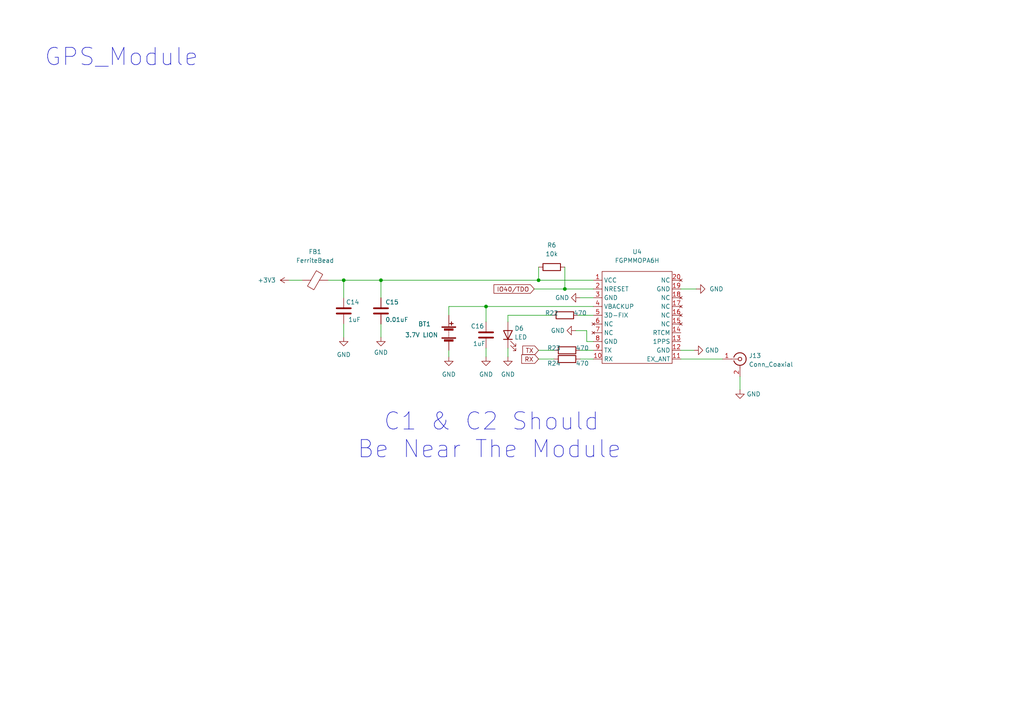
<source format=kicad_sch>
(kicad_sch (version 20211123) (generator eeschema)
  (paper "A4")
  (lib_symbols
    (symbol "Connector:Conn_Coaxial" (pin_names (offset 1.016) hide)
      (property "Reference" "J" (at 0.254 3.048 0))
      (property "Value" "Conn_Coaxial" (at 2.921 0 90))
      (symbol "Conn_Coaxial_0_1"
        (arc (start -1.778 -0.508) (mid 0.222 -1.808) (end 1.778 0) (stroke (width 0.254)))
        (polyline (pts (xy -2.54 0) (xy -0.508 0)))
        (polyline (pts (xy 0 -2.54) (xy 0 -1.778)))
        (circle (center 0 0) (radius 0.508) (stroke (width 0.2032)))
        (arc (start 1.778 0) (mid 0.222 1.8083) (end -1.778 0.508) (stroke (width 0.254)))
      )
      (symbol "Conn_Coaxial_1_1"
        (pin passive line (at -5.08 0 0) (length 2.54) (name "In") (number "1"))
        (pin passive line (at 0 -5.08 90) (length 2.54) (name "Ext") (number "2"))
      )
    )
    (symbol "Device:Battery" (pin_numbers hide) (pin_names (offset 0) hide)
      (property "Reference" "BT" (at 2.54 2.54 0))
      (property "Value" "Battery" (at 2.54 0 0))
      (symbol "Battery_0_1"
        (rectangle (start -2.032 -1.397) (end 2.032 -1.651) (fill (type outline)))
        (rectangle (start -2.032 1.778) (end 2.032 1.524) (fill (type outline)))
        (rectangle (start -1.3208 -1.9812) (end 1.27 -2.4892) (fill (type outline)))
        (rectangle (start -1.3208 1.1938) (end 1.27 0.6858) (fill (type outline)))
        (polyline (pts (xy 0 -1.524) (xy 0 -1.27)))
        (polyline (pts (xy 0 -1.016) (xy 0 -0.762)))
        (polyline (pts (xy 0 -0.508) (xy 0 -0.254)))
        (polyline (pts (xy 0 0) (xy 0 0.254)))
        (polyline (pts (xy 0 0.508) (xy 0 0.762)))
        (polyline (pts (xy 0 1.778) (xy 0 2.54)))
        (polyline (pts (xy 0.254 2.667) (xy 1.27 2.667)) (stroke (width 0.254)))
        (polyline (pts (xy 0.762 3.175) (xy 0.762 2.159)) (stroke (width 0.254)))
      )
      (symbol "Battery_1_1"
        (pin passive line (at 0 5.08 270) (length 2.54) (name "+") (number "1"))
        (pin passive line (at 0 -5.08 90) (length 2.54) (name "-") (number "2"))
      )
    )
    (symbol "Device:C" (pin_numbers hide) (pin_names (offset 0.254))
      (property "Reference" "C" (at 0.635 2.54 0))
      (property "Value" "C" (at 0.635 -2.54 0))
      (symbol "C_0_1"
        (polyline (pts (xy -2.032 -0.762) (xy 2.032 -0.762)) (stroke (width 0.508)))
        (polyline (pts (xy -2.032 0.762) (xy 2.032 0.762)) (stroke (width 0.508)))
      )
      (symbol "C_1_1"
        (pin passive line (at 0 3.81 270) (length 2.794) (name "~") (number "1"))
        (pin passive line (at 0 -3.81 90) (length 2.794) (name "~") (number "2"))
      )
    )
    (symbol "Device:FerriteBead" (pin_numbers hide) (pin_names (offset 0))
      (property "Reference" "FB" (at -3.81 0.635 90))
      (property "Value" "FerriteBead" (at 3.81 0 90))
      (symbol "FerriteBead_0_1"
        (polyline (pts (xy 0 -1.27) (xy 0 -1.2192)))
        (polyline (pts (xy 0 1.27) (xy 0 1.2954)))
        (polyline (pts (xy -2.7686 0.4064) (xy -1.7018 2.2606) (xy 2.7686 -0.3048) (xy 1.6764 -2.159) (xy -2.7686 0.4064)))
      )
      (symbol "FerriteBead_1_1"
        (pin passive line (at 0 3.81 270) (length 2.54) (name "~") (number "1"))
        (pin passive line (at 0 -3.81 90) (length 2.54) (name "~") (number "2"))
      )
    )
    (symbol "Device:LED" (pin_numbers hide) (pin_names (offset 1.016) hide)
      (property "Reference" "D" (at 0 2.54 0))
      (property "Value" "LED" (at 0 -2.54 0))
      (symbol "LED_0_1"
        (polyline (pts (xy -1.27 -1.27) (xy -1.27 1.27)) (stroke (width 0.254)))
        (polyline (pts (xy -1.27 0) (xy 1.27 0)))
        (polyline (pts (xy 1.27 -1.27) (xy 1.27 1.27) (xy -1.27 0) (xy 1.27 -1.27)) (stroke (width 0.254)))
        (polyline (pts (xy -3.048 -0.762) (xy -4.572 -2.286) (xy -3.81 -2.286) (xy -4.572 -2.286) (xy -4.572 -1.524)))
        (polyline (pts (xy -1.778 -0.762) (xy -3.302 -2.286) (xy -2.54 -2.286) (xy -3.302 -2.286) (xy -3.302 -1.524)))
      )
      (symbol "LED_1_1"
        (pin passive line (at -3.81 0 0) (length 2.54) (name "K") (number "1"))
        (pin passive line (at 3.81 0 180) (length 2.54) (name "A") (number "2"))
      )
    )
    (symbol "Device:R" (pin_numbers hide) (pin_names (offset 0))
      (property "Reference" "R" (at 2.032 0 90))
      (property "Value" "R" (at 0 0 90))
      (symbol "R_0_1"
        (rectangle (start -1.016 -2.54) (end 1.016 2.54) (stroke (width 0.254)))
      )
      (symbol "R_1_1"
        (pin passive line (at 0 3.81 270) (length 1.27) (name "~") (number "1"))
        (pin passive line (at 0 -3.81 90) (length 1.27) (name "~") (number "2"))
      )
    )
    (symbol "Global:FGPMMOPA6H"
      (property "Reference" "U" (at -8.89 8.89 0))
      (property "Value" "FGPMMOPA6H" (at 19.05 -22.86 0))
      (symbol "FGPMMOPA6H_0_1"
        (rectangle (start -6.35 6.35) (end 13.97 -20.32))
      )
      (symbol "FGPMMOPA6H_1_1"
        (pin input line (at -8.89 3.81 0) (length 2.54) (name "VCC") (number "1"))
        (pin input line (at -8.89 -19.05 0) (length 2.54) (name "RX") (number "10"))
        (pin input line (at 16.51 -19.05 180) (length 2.54) (name "EX_ANT") (number "11"))
        (pin input line (at 16.51 -16.51 180) (length 2.54) (name "GND") (number "12"))
        (pin input line (at 16.51 -13.97 180) (length 2.54) (name "1PPS") (number "13"))
        (pin input line (at 16.51 -11.43 180) (length 2.54) (name "RTCM") (number "14"))
        (pin no_connect line (at 16.51 -8.89 180) (length 2.54) (name "NC") (number "15"))
        (pin no_connect line (at 16.51 -6.35 180) (length 2.54) (name "NC") (number "16"))
        (pin no_connect line (at 16.51 -3.81 180) (length 2.54) (name "NC") (number "17"))
        (pin no_connect line (at 16.51 -1.27 180) (length 2.54) (name "NC") (number "18"))
        (pin input line (at 16.51 1.27 180) (length 2.54) (name "GND") (number "19"))
        (pin input line (at -8.89 1.27 0) (length 2.54) (name "NRESET") (number "2"))
        (pin no_connect line (at 16.51 3.81 180) (length 2.54) (name "NC") (number "20"))
        (pin input line (at -8.89 -1.27 0) (length 2.54) (name "GND") (number "3"))
        (pin input line (at -8.89 -3.81 0) (length 2.54) (name "VBACKUP") (number "4"))
        (pin input line (at -8.89 -6.35 0) (length 2.54) (name "3D-FIX") (number "5"))
        (pin no_connect line (at -8.89 -8.89 0) (length 2.54) (name "NC") (number "6"))
        (pin no_connect line (at -8.89 -11.43 0) (length 2.54) (name "NC") (number "7"))
        (pin input line (at -8.89 -13.97 0) (length 2.54) (name "GND") (number "8"))
        (pin input line (at -8.89 -16.51 0) (length 2.54) (name "TX") (number "9"))
      )
    )
    (symbol "power:+3V3" (power) (pin_names (offset 0))
      (property "Value" "+3V3" (at 0 3.556 0))
      (symbol "+3V3_0_1"
        (polyline (pts (xy -0.762 1.27) (xy 0 2.54)))
        (polyline (pts (xy 0 0) (xy 0 2.54)))
        (polyline (pts (xy 0 2.54) (xy 0.762 1.27)))
      )
      (symbol "+3V3_1_1"
        (pin power_in line (at 0 0 90) (length 0) hide (name "+3V3") (number "1"))
      )
    )
    (symbol "power:GND" (power) (pin_names (offset 0))
      (property "Value" "GND" (at 0 -3.81 0))
      (symbol "GND_0_1"
        (polyline (pts (xy 0 0) (xy 0 -1.27) (xy 1.27 -1.27) (xy 0 -2.54) (xy -1.27 -1.27) (xy 0 -1.27)))
      )
      (symbol "GND_1_1"
        (pin power_in line (at 0 0 270) (length 0) hide (name "GND") (number "1"))
      )
    )
  )
  (junction (at 163.83 83.82))
  (junction (at 99.695 81.28))
  (junction (at 110.49 81.28))
  (junction (at 140.97 88.9))
  (junction (at 156.21 81.28))
  (wire (pts (xy 140.97 88.9) (xy 140.97 93.345)))
  (wire (pts (xy 168.275 101.6) (xy 172.085 101.6)))
  (wire (pts (xy 156.21 77.47) (xy 156.21 81.28)))
  (wire (pts (xy 140.97 88.9) (xy 130.175 88.9)))
  (wire (pts (xy 163.83 83.82) (xy 172.085 83.82)))
  (wire (pts (xy 168.275 86.36) (xy 172.085 86.36)))
  (wire (pts (xy 163.83 77.47) (xy 163.83 83.82)))
  (wire (pts (xy 110.49 81.28) (xy 156.21 81.28)))
  (wire (pts (xy 214.63 109.22) (xy 214.63 113.03)))
  (wire (pts (xy 172.085 99.06) (xy 170.18 99.06)))
  (wire (pts (xy 167.64 91.44) (xy 172.085 91.44)))
  (wire (pts (xy 156.21 104.14) (xy 160.655 104.14)))
  (wire (pts (xy 99.695 93.98) (xy 99.695 97.79)))
  (wire (pts (xy 170.18 99.06) (xy 170.18 95.885)))
  (wire (pts (xy 156.21 81.28) (xy 172.085 81.28)))
  (wire (pts (xy 130.175 88.9) (xy 130.175 91.44)))
  (wire (pts (xy 99.695 81.28) (xy 99.695 86.36)))
  (wire (pts (xy 147.32 91.44) (xy 147.32 93.345)))
  (wire (pts (xy 147.32 91.44) (xy 160.02 91.44)))
  (wire (pts (xy 147.32 100.965) (xy 147.32 103.505)))
  (wire (pts (xy 197.485 83.82) (xy 201.93 83.82)))
  (wire (pts (xy 110.49 81.28) (xy 110.49 86.36)))
  (wire (pts (xy 95.25 81.28) (xy 99.695 81.28)))
  (wire (pts (xy 140.97 100.965) (xy 140.97 103.505)))
  (wire (pts (xy 172.085 88.9) (xy 140.97 88.9)))
  (wire (pts (xy 168.275 104.14) (xy 172.085 104.14)))
  (wire (pts (xy 83.82 81.28) (xy 87.63 81.28)))
  (wire (pts (xy 156.21 101.6) (xy 160.655 101.6)))
  (wire (pts (xy 110.49 93.98) (xy 110.49 97.79)))
  (wire (pts (xy 154.94 83.82) (xy 163.83 83.82)))
  (wire (pts (xy 110.49 81.28) (xy 99.695 81.28)))
  (wire (pts (xy 130.175 101.6) (xy 130.175 103.505)))
  (wire (pts (xy 197.485 104.14) (xy 209.55 104.14)))
  (wire (pts (xy 167.005 95.885) (xy 170.18 95.885)))
  (wire (pts (xy 197.485 101.6) (xy 201.295 101.6)))
  (text "  C1 & C2 Should \nBe Near The Module" (at 103.505 133.35 0) (effects (font (size 5 5)) (justify left bottom)))
  (text "GPS_Module" (at 12.7508 19.6088 0) (effects (font (size 5 5)) (justify left bottom)))
  (global_label "RX" (shape input) (at 156.21 104.14 180) (property "Intersheet References" "${INTERSHEET_REFS}" (effects hide)))
  (global_label "IO40{slash}TDO" (shape input) (at 154.94 83.82 180) (property "Intersheet References" "${INTERSHEET_REFS}" (effects hide)))
  (global_label "TX" (shape input) (at 156.21 101.6 180) (property "Intersheet References" "${INTERSHEET_REFS}" (effects hide)))
  (symbol (lib_id "Global:FGPMMOPA6H") (at 180.975 85.09 0) (unit 1)
    (property "Reference" "U4" (at 184.785 73.025 0))
    (property "Value" "FGPMMOPA6H" (at 184.785 75.565 0))
    (property "Footprint" "AVIONICS:FGPMMOPA6H" (effects hide))
  )
  (symbol (lib_id "power:GND") (at 147.32 103.505 0) (unit 1)
    (property "Reference" "#PWR0144" (effects hide))
    (property "Value" "GND" (at 147.32 108.585 0))
  )
  (symbol (lib_id "Device:LED") (at 147.32 97.155 90) (unit 1)
    (property "Reference" "D6" (at 149.225 95.25 90) (effects (justify right)))
    (property "Value" "LED" (at 149.225 97.79 90) (effects (justify right)))
    (property "Footprint" "LED_SMD:LED_0603_1608Metric" (effects hide))
  )
  (symbol (lib_id "Connector:Conn_Coaxial") (at 214.63 104.14 0) (unit 1)
    (property "Reference" "J13" (at 217.17 103.1631 0) (effects (justify left)))
    (property "Value" "Conn_Coaxial" (at 217.17 105.7031 0) (effects (justify left)))
    (property "Footprint" "Connector_Coaxial:SMA_Amphenol_901-144_Vertical" (effects hide))
    (property "Datasheet" " ~" (effects hide))
  )
  (symbol (lib_id "power:GND") (at 201.295 101.6 90) (unit 1)
    (property "Reference" "#PWR0150" (effects hide))
    (property "Value" "GND" (at 204.47 101.5999 90) (effects (justify right)))
  )
  (symbol (lib_id "Device:R") (at 163.83 91.44 90) (unit 1)
    (property "Reference" "R22" (at 160.02 90.805 90))
    (property "Value" "470" (at 168.275 90.805 90))
    (property "Footprint" "Resistor_SMD:R_0603_1608Metric" (effects hide))
  )
  (symbol (lib_id "power:GND") (at 214.63 113.03 0) (unit 1)
    (property "Reference" "#PWR0160" (effects hide))
    (property "Value" "GND" (at 216.535 114.2999 0) (effects (justify left)))
  )
  (symbol (lib_id "power:GND") (at 167.005 95.885 270) (unit 1)
    (property "Reference" "#PWR0148" (effects hide))
    (property "Value" "GND" (at 163.83 95.8849 90) (effects (justify right)))
  )
  (symbol (lib_id "power:GND") (at 140.97 103.505 0) (unit 1)
    (property "Reference" "#PWR0145" (effects hide))
    (property "Value" "GND" (at 140.97 108.585 0))
  )
  (symbol (lib_id "Device:Battery") (at 130.175 96.52 0) (unit 1)
    (property "Reference" "BT1" (at 121.285 93.98 0) (effects (justify left)))
    (property "Value" "3.7V LION" (at 117.475 97.155 0) (effects (justify left)))
    (property "Footprint" "Battery:BatteryHolder_Keystone_3001_1x12mm" (effects hide))
  )
  (symbol (lib_id "power:GND") (at 99.695 97.79 0) (unit 1)
    (property "Reference" "#PWR0141" (effects hide))
    (property "Value" "GND" (at 99.695 102.87 0))
  )
  (symbol (lib_id "Device:C") (at 110.49 90.17 0) (unit 1)
    (property "Reference" "C15" (at 111.76 87.63 0) (effects (justify left)))
    (property "Value" "0.01uF" (at 111.76 92.71 0) (effects (justify left)))
    (property "Footprint" "Capacitor_SMD:C_0603_1608Metric" (effects hide))
  )
  (symbol (lib_id "power:GND") (at 201.93 83.82 90) (unit 1)
    (property "Reference" "#PWR0149" (effects hide))
    (property "Value" "GND" (at 205.74 83.8199 90) (effects (justify right)))
  )
  (symbol (lib_id "Device:C") (at 99.695 90.17 0) (unit 1)
    (property "Reference" "C14" (at 100.33 87.63 0) (effects (justify left)))
    (property "Value" "1uF" (at 100.965 92.71 0) (effects (justify left)))
    (property "Footprint" "Capacitor_SMD:C_0603_1608Metric" (effects hide))
  )
  (symbol (lib_id "Device:C") (at 140.97 97.155 0) (unit 1)
    (property "Reference" "C16" (at 136.525 94.615 0) (effects (justify left)))
    (property "Value" "1uF" (at 137.16 99.695 0) (effects (justify left)))
    (property "Footprint" "Capacitor_SMD:C_0603_1608Metric" (effects hide))
  )
  (symbol (lib_id "Device:FerriteBead") (at 91.44 81.28 90) (unit 1)
    (property "Reference" "FB1" (at 91.3892 73.025 90))
    (property "Value" "FerriteBead" (at 91.3892 75.565 90))
    (property "Footprint" "Inductor_SMD:L_0603_1608Metric" (effects hide))
  )
  (symbol (lib_id "power:+3V3") (at 83.82 81.28 90) (unit 1)
    (property "Reference" "#PWR0143" (effects hide))
    (property "Value" "+3V3" (at 80.01 81.2799 90) (effects (justify left)))
  )
  (symbol (lib_id "power:GND") (at 130.175 103.505 0) (unit 1)
    (property "Reference" "#PWR0146" (effects hide))
    (property "Value" "GND" (at 130.175 108.585 0))
  )
  (symbol (lib_id "Device:R") (at 164.465 104.14 90) (unit 1)
    (property "Reference" "R24" (at 160.655 105.41 90))
    (property "Value" "470" (at 168.91 105.41 90))
    (property "Footprint" "Resistor_SMD:R_0603_1608Metric" (effects hide))
  )
  (symbol (lib_id "Device:R") (at 160.02 77.47 270) (unit 1)
    (property "Reference" "R6" (at 160.02 71.12 90))
    (property "Value" "10k" (at 160.02 73.66 90))
    (property "Footprint" "Resistor_SMD:R_0603_1608Metric" (effects hide))
  )
  (symbol (lib_id "power:GND") (at 110.49 97.79 0) (unit 1)
    (property "Reference" "#PWR0142" (effects hide))
    (property "Value" "GND" (at 110.49 102.235 0))
  )
  (symbol (lib_id "power:GND") (at 168.275 86.36 270) (unit 1)
    (property "Reference" "#PWR0147" (effects hide))
    (property "Value" "GND" (at 165.1 86.3599 90) (effects (justify right)))
  )
  (symbol (lib_id "Device:R") (at 164.465 101.6 90) (unit 1)
    (property "Reference" "R23" (at 160.655 100.965 90))
    (property "Value" "470" (at 168.91 100.965 90))
    (property "Footprint" "Resistor_SMD:R_0603_1608Metric" (effects hide))
  )
)
</source>
